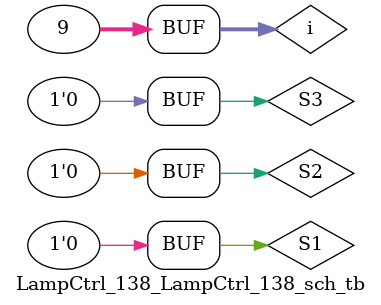
<source format=v>

`timescale 1ns / 1ps

module LampCtrl_138_LampCtrl_138_sch_tb();

// Inputs
   reg S2;
   reg S3;
   reg S1;

// Output
   wire F;

// Bidirs

// Instantiate the UUT
   LampCtrl_138 UUT (
		.S2(S2), 
		.S3(S3), 
		.S1(S1), 
		.F(F)
   );
// Initialize Inputs
   //`ifdef auto_init
		integer i;
       initial begin
		for (i=0; i<=8; i=i+1) begin
			{S1,S2,S3} <= i;
			#50;
		end
		end
   //`endif
endmodule

</source>
